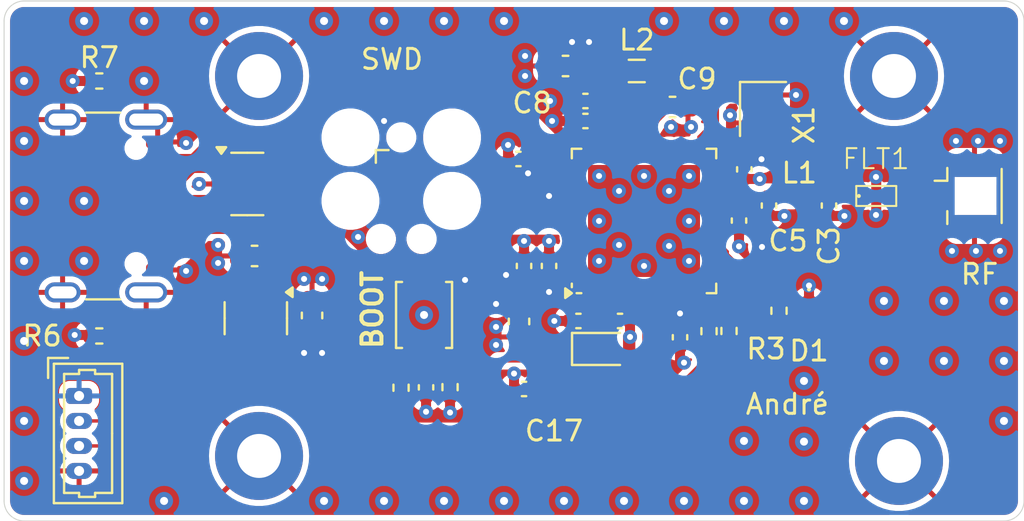
<source format=kicad_pcb>
(kicad_pcb (version 20240108) (generator "pcbnew") (generator_version "8.0")
  (layers (0 "F.Cu" signal) (1 "In1.Cu" signal) (2 "In2.Cu" signal) (31 "B.Cu" signal) (34 "B.Paste" user) (35 "F.Paste" user) (36 "B.SilkS" user "B.Silkscreen") (37 "F.SilkS" user "F.Silkscreen") (38 "B.Mask" user) (39 "F.Mask" user) (44 "Edge.Cuts" user))
  (net 0 "")
  (net 1 "GND")
  (net 2 "+3.3V")
  (net 3 "/BOOT0")
  (net 4 "/RF_MATCH")
  (net 5 "/RF")
  (net 6 "/LSE_IN")
  (net 7 "/SMPS_FB")
  (net 8 "/LSE_OUT")
  (net 9 "+5V")
  (net 10 "Net-(D1-A)")
  (net 11 "/RF_ANT")
  (net 12 "Net-(J2-Pin_2)")
  (net 13 "Net-(J2-Pin_3)")
  (net 14 "/SWO")
  (net 15 "/SWCLK")
  (net 16 "/SWDIO")
  (net 17 "Net-(J4-CC1)")
  (net 18 "/USB_CC2")
  (net 21 "Net-(L2-Pad1)")
  (net 22 "/SMPS_LX")
  (net 23 "Net-(R1-Pad1)")
  (net 24 "Net-(U1-PA7)")
  (net 25 "/UART_TX")
  (net 26 "/UART_RX")
  (net 27 "/USB_D-")
  (net 31 "/HSE_IN")
  (net 36 "/USB_D+")
  (net 41 "/HSE_OUT")
  (footprint "Package_TO_SOT_SMD:SOT-23-5" (layer "F.Cu") (at 60.5875 84.8625 -90)
    (property "Reference" "U3" (hide yes))
    (property "Value" "MIC5365-3.3YD5")
  )
  (footprint "MountingHole:MountingHole_2.2mm_M2_Pad" (layer "F.Cu") (at 60.75 91.75)
    (property "Reference" "H2" (hide yes))
    (property "Value" "MountingHole_Pad")
  )
  (footprint "Capacitor_SMD:C_0402_1005Metric" (layer "F.Cu") (at 84.75 79.98 -90)
    (property "Reference" "C4" (hide yes))
    (property "Value" "100nF")
  )
  (footprint "Button_Switch_SMD:SW_SPST_B3U-1000P" (layer "F.Cu") (at 69 84.7 -90)
    (property "Reference" "SW1" (hide yes))
    (property "Value" "SW_Push")
  )
  (footprint "Capacitor_SMD:C_0402_1005Metric" (layer "F.Cu") (at 78.8 85)
    (property "Reference" "C10" (hide yes))
    (property "Value" "10pF")
  )
  (footprint "Crystal:Crystal_SMD_2016-4Pin_2.0x1.6mm" (layer "F.Cu") (at 85.95 74.4 -90)
    (property "Reference" "X1")
    (property "Value" "32MHz")
  )
  (footprint "Resistor_SMD:R_0402_1005Metric" (layer "F.Cu") (at 67.85 88.34 -90)
    (property "Reference" "R1" (hide yes))
    (property "Value" "100")
  )
  (footprint "BluetoothBoardSTM32-PCBFootprint:DLF162500LT-5028A1" (layer "F.Cu") (at 91.6125 78.75)
    (property "Reference" "FLT1")
    (property "Value" "DLF162500LT-5028A1")
  )
  (footprint "Capacitor_SMD:C_0402_1005Metric" (layer "F.Cu") (at 85.015 77.42 -90)
    (property "Reference" "C16" (hide yes))
    (property "Value" "100nF")
  )
  (footprint "Inductor_SMD:L_0402_1005Metric" (layer "F.Cu") (at 78.75 74.515 -90)
    (property "Reference" "L3" (hide yes))
    (property "Value" "10nH")
  )
  (footprint "Capacitor_SMD:C_0402_1005Metric" (layer "F.Cu") (at 77.07 74 180)
    (property "Reference" "C8")
    (property "Value" "100nF")
  )
  (footprint "Fiducial:Fiducial_1mm_Mask2mm" (layer "F.Cu") (at 49.5 70.5)
    (property "Reference" "FID1" (hide yes))
    (property "Value" "Fiducial")
  )
  (footprint "Connector:Tag-Connect_TC2030-IDC-FP_2x03_P1.27mm_Vertical" (layer "F.Cu") (at 67.86 78.36 -90)
    (property "Reference" "J3" (hide yes))
    (property "Value" "Conn_ARM_SWD_TagConnect_TC2030")
  )
  (footprint "Resistor_SMD:R_0402_1005Metric" (layer "F.Cu") (at 52.76 85.75)
    (property "Reference" "R6")
    (property "Value" "5.1k")
  )
  (footprint "Package_TO_SOT_SMD:SOT-23-6" (layer "F.Cu") (at 60.1625 78.15)
    (property "Reference" "U2" (hide yes))
    (property "Value" "USBLC6-2SC6")
  )
  (footprint "Capacitor_SMD:C_0603_1608Metric" (layer "F.Cu") (at 81.425 74.3)
    (property "Reference" "C9")
    (property "Value" "4.7uF")
  )
  (footprint "Fiducial:Fiducial_1mm_Mask2mm" (layer "F.Cu") (at 96.75 92.5)
    (property "Reference" "FID3" (hide yes))
    (property "Value" "Fiducial")
  )
  (footprint "Capacitor_SMD:C_0603_1608Metric" (layer "F.Cu") (at 73.75 85.025 -90)
    (property "Reference" "C1" (hide yes))
    (property "Value" "4.7uF")
  )
  (footprint "Resistor_SMD:R_0402_1005Metric" (layer "F.Cu") (at 86.75 84.49 -90)
    (property "Reference" "R3")
    (property "Value" "220")
  )
  (footprint "Inductor_SMD:L_0805_2012Metric" (layer "F.Cu") (at 79.6375 72.5)
    (property "Reference" "L2")
    (property "Value" "10uH")
  )
  (footprint "MountingHole:MountingHole_2.2mm_M2_Pad" (layer "F.Cu") (at 92.5 72.75)
    (property "Reference" "H3" (hide yes))
    (property "Value" "MountingHole_Pad")
  )
  (footprint "Capacitor_SMD:C_0402_1005Metric" (layer "F.Cu") (at 89.25 79.23 -90)
    (property "Reference" "C3")
    (property "Value" "0.8pF")
  )
  (footprint "Capacitor_SMD:C_0603_1608Metric" (layer "F.Cu") (at 76.075 72.25 180)
    (property "Reference" "C13" (hide yes))
    (property "Value" "4.7uF")
  )
  (footprint "Resistor_SMD:R_0402_1005Metric" (layer "F.Cu") (at 83.25 85.51 -90)
    (property "Reference" "R4" (hide yes))
    (property "Value" "100")
  )
  (footprint "Capacitor_SMD:C_0402_1005Metric" (layer "F.Cu") (at 73.72 76.9 180)
    (property "Reference" "C14" (hide yes))
    (property "Value" "100nF")
  )
  (footprint "Capacitor_SMD:C_0603_1608Metric" (layer "F.Cu") (at 60.525 81.75 180)
    (property "Reference" "C18" (hide yes))
    (property "Value" "4.7uF")
  )
  (footprint "MountingHole:MountingHole_2.2mm_M2_Pad" (layer "F.Cu") (at 92.75 92)
    (property "Reference" "H4" (hide yes))
    (property "Value" "MountingHole_Pad")
  )
  (footprint "Capacitor_SMD:C_0402_1005Metric" (layer "F.Cu") (at 81.8 85.815 -90)
    (property "Reference" "C12" (hide yes))
    (property "Value" "100nF")
  )
  (footprint "Connector_Molex:Molex_PicoBlade_53047-0410_1x04_P1.25mm_Vertical" (layer "F.Cu") (at 51.75 88.75 -90)
    (property "Reference" "J2" (hide yes))
    (property "Value" "Conn_01x04")
  )
  (footprint "Capacitor_SMD:C_0402_1005Metric" (layer "F.Cu") (at 76.72 85 180)
    (property "Reference" "C7" (hide yes))
    (property "Value" "10pF")
  )
  (footprint "Inductor_SMD:L_0402_1005Metric" (layer "F.Cu") (at 87.765 78.75 180)
    (property "Reference" "L1")
    (property "Value" "2.7nH")
  )
  (footprint "LED_SMD:LED_0402_1005Metric" (layer "F.Cu") (at 88.25 84.515 -90)
    (property "Reference" "D1")
    (property "Value" "LED")
  )
  (footprint "Connector_Coaxial:U.FL_Hirose_U.FL-R-SMT-1_Vertical" (layer "F.Cu") (at 96.05 78.75)
    (property "Reference" "J1" (hide yes))
    (property "Value" "Conn_Coaxial")
  )
  (footprint "Resistor_SMD:R_0402_1005Metric" (layer "F.Cu") (at 52.76 73)
    (property "Reference" "R7")
    (property "Value" "5.1k")
  )
  (footprint "Package_DFN_QFN:QFN-48-1EP_7x7mm_P0.5mm_EP5.6x5.6mm" (layer "F.Cu") (at 80 80 90)
    (property "Reference" "U1" (hide yes))
    (property "Value" "STM32WB55CEU6")
  )
  (footprint "Connector_USB:USB_C_Receptacle_GCT_USB4105-xx-A_16P_TopMnt_Horizontal" (layer "F.Cu") (at 52 79.25 -90)
    (property "Reference" "J4" (hide yes))
    (property "Value" "USB_C_Receptacle_USB2.0_16P")
  )
  (footprint "Capacitor_SMD:C_0402_1005Metric" (layer "F.Cu") (at 75.25 82.25 90)
    (property "Reference" "C11" (hide yes))
    (property "Value" "100nF")
  )
  (footprint "Crystal:Crystal_SMD_2012-2Pin_2.0x1.2mm" (layer "F.Cu") (at 77.6 86.4)
    (property "Reference" "X2" (hide yes))
    (property "Value" "32.768kHz")
  )
  (footprint "MountingHole:MountingHole_2.2mm_M2_Pad" (layer "F.Cu") (at 60.75 72.75)
    (property "Reference" "H1" (hide yes))
    (property "Value" "MountingHole_Pad")
  )
  (footprint "Capacitor_SMD:C_0402_1005Metric" (layer "F.Cu") (at 74 82.25 90)
    (property "Reference" "C6" (hide yes))
    (property "Value" "100nF")
  )
  (footprint "Resistor_SMD:R_0402_1005Metric" (layer "F.Cu") (at 70.3 88.31 -90)
    (property "Reference" "R2" (hide yes))
    (property "Value" "5.1k")
  )
  (footprint "Capacitor_SMD:C_0402_1005Metric" (layer "F.Cu") (at 77.07 75 180)
    (property "Reference" "C15" (hide yes))
    (property "Value" "100nF")
  )
  (footprint "Fiducial:Fiducial_1mm_Mask2mm" (layer "F.Cu") (at 96.75 71.25)
    (property "Reference" "FID2" (hide yes))
    (property "Value" "Fiducial")
  )
  (footprint "Resistor_SMD:R_0402_1005Metric" (layer "F.Cu") (at 84.25 85.5 -90)
    (property "Reference" "R5" (hide yes))
    (property "Value" "100")
  )
  (footprint "Capacitor_SMD:C_0402_1005Metric" (layer "F.Cu") (at 69.1 88.32 -90)
    (property "Reference" "C2" (hide yes))
    (property "Value" "100nF")
  )
  (footprint "Capacitor_SMD:C_0402_1005Metric" (layer "F.Cu") (at 74 88.4)
    (property "Reference" "C17")
    (property "Value" "100nF")
  )
  (footprint "Capacitor_SMD:C_0603_1608Metric" (layer "F.Cu") (at 63.4 84.725 90)
    (property "Reference" "C19" (hide yes))
    (property "Value" "4.7uF")
  )
  (footprint "Capacitor_SMD:C_0402_1005Metric" (layer "F.Cu") (at 86.25 79.23 -90)
    (property "Reference" "C5")
    (property "Value" "0.3pF")
  )
  (gr_arc (start 98 69) (mid 98.707107 69.292893) (end 99 70) (stroke (width 0.05)) (layer "Edge.Cuts"))
  (gr_line (start 99 70) (end 99 94) (stroke (width 0.05)) (layer "Edge.Cuts"))
  (gr_line (start 48 94.000001) (end 48 70) (stroke (width 0.05)) (layer "Edge.Cuts"))
  (gr_line (start 98 95) (end 49 95) (stroke (width 0.05)) (layer "Edge.Cuts"))
  (gr_line (start 49 69) (end 76 69) (stroke (width 0.05)) (layer "Edge.Cuts"))
  (gr_arc (start 48 70) (mid 48.292893 69.292893) (end 49 69) (stroke (width 0.05)) (layer "Edge.Cuts"))
  (gr_arc (start 99 94) (mid 98.707107 94.707107) (end 98 95) (stroke (width 0.05)) (layer "Edge.Cuts"))
  (gr_arc (start 49 94.999999) (mid 48.292895 94.707106) (end 48.000002 94.000001) (stroke (width 0.05)) (layer "Edge.Cuts"))
  (gr_line (start 76 69) (end 98 69) (stroke (width 0.05)) (layer "Edge.Cuts"))
  (gr_text "SWD" (at 65.75 72.5 0) (layer "F.SilkS") (effects (font (size 1 1)) (justify left bottom)))
  (gr_text "André" (at 85 89.75 0) (layer "F.SilkS") (effects (font (size 1 1)) (justify left bottom)))
  (gr_text "BOOT" (at 67 86.5 90) (layer "F.SilkS") (effects (font (size 1 1) (thickness 0.2) (bold yes)) (justify left bottom)))
  (gr_text "RF" (at 95.75 83.25 0) (layer "F.SilkS") (effects (font (size 1 1)) (justify left bottom)))
  (segment (start 79.3 88.4) (end 74.48 88.4) (width 0.17) (layer "F.Cu") (net 0))
  (segment (start 66.5 90.1) (end 66.5 82.9) (width 0.17) (layer "F.Cu") (net 0))
  (segment (start 74.48 89.12) (end 74.1 89.5) (width 0.17) (layer "F.Cu") (net 0))
  (segment (start 74.1 89.5) (end 72 89.5) (width 0.17) (layer "F.Cu") (net 0))
  (segment (start 74.48 88.4) (end 74.48 89.12) (width 0.17) (layer "F.Cu") (net 0))
  (segment (start 64.481735 77.4) (end 66.265 77.4) (width 0.17) (layer "F.Cu") (net 0))
  (segment (start 80.6 84.9) (end 80.6 87.1) (width 0.17) (layer "F.Cu") (net 0))
  (segment (start 70.985 90.515) (end 66.915 90.515) (width 0.17) (layer "F.Cu") (net 0))
  (segment (start 63.7 78.181735) (end 64.481735 77.4) (width 0.17) (layer "F.Cu") (net 0))
  (segment (start 66.915 90.515) (end 66.5 90.1) (width 0.17) (layer "F.Cu") (net 0))
  (segment (start 80.6 87.1) (end 79.3 88.4) (width 0.17) (layer "F.Cu") (net 0))
  (segment (start 72 89.5) (end 70.985 90.515) (width 0.17) (layer "F.Cu") (net 0))
  (segment (start 80.25 84.55) (end 80.6 84.9) (width 0.17) (layer "F.Cu") (net 0))
  (segment (start 66.265 77.4) (end 67.225 78.36) (width 0.17) (layer "F.Cu") (net 0))
  (segment (start 80.25 83.4375) (end 80.25 84.55) (width 0.17) (layer "F.Cu") (net 0))
  (segment (start 63.7 80.1) (end 63.7 78.181735) (width 0.17) (layer "F.Cu") (net 0))
  (segment (start 66.5 82.9) (end 63.7 80.1) (width 0.17) (layer "F.Cu") (net 0))
  (segment (start 76.285 85) (end 75.515 85) (width 0.5) (layer "F.Cu") (net 1))
  (segment (start 52.2 73) (end 51.43 73) (width 0.5) (layer "F.Cu") (net 1))
  (segment (start 89.25 79.75) (end 90.02 79.75) (width 0.5) (layer "F.Cu") (net 1))
  (segment (start 91.6125 78.5225) (end 91.6125 77.8125) (width 0.5) (layer "F.Cu") (net 1))
  (segment (start 83.4375 78.25) (end 84.35 78.25) (width 0.25) (layer "F.Cu") (net 1))
  (segment (start 91.6125 77.8125) (end 91.6 77.8) (width 0.5) (layer "F.Cu") (net 1))
  (segment (start 73.5 88.4) (end 73.5 87.63) (width 0.5) (layer "F.Cu") (net 1))
  (segment (start 74 81.77) (end 74 81) (width 0.5) (layer "F.Cu") (net 1))
  (segment (start 86.25 79.75) (end 87.02 79.75) (width 0.5) (layer "F.Cu") (net 1))
  (segment (start 81.8 86.315) (end 81.8 87.085) (width 0.5) (layer "F.Cu") (net 1))
  (segment (start 79.25 79.25) (end 80 80) (width 0.2) (layer "F.Cu") (net 1))
  (segment (start 70.3 88.81) (end 70.3 89.58) (width 0.5) (layer "F.Cu") (net 1))
  (segment (start 84.35 78.25) (end 84.7 77.9) (width 0.25) (layer "F.Cu") (net 1))
  (segment (start 79.25 76.5625) (end 79.25 79.25) (width 0.2) (layer "F.Cu") (net 1))
  (segment (start 84.7 77.9) (end 85.015 77.9) (width 0.25) (layer "F.Cu") (net 1))
  (segment (start 75.25 81.885) (end 75.25 81.115) (width 0.5) (layer "F.Cu") (net 1))
  (segment (start 91.6125 79.6875) (end 91.6 79.7) (width 0.5) (layer "F.Cu") (net 1))
  (segment (start 73.2 76.97) (end 73.2 76.2) (width 0.5) (layer "F.Cu") (net 1))
  (segment (start 76.55 75) (end 75.4 75) (width 0.5) (layer "F.Cu") (net 1))
  (segment (start 84.75 80.5) (end 84.75 81.27) (width 0.5) (layer "F.Cu") (net 1))
  (segment (start 85.015 77.9) (end 85.785 77.9) (width 0.5) (layer "F.Cu") (net 1))
  (segment (start 79.3 85.02) (end 79.3 85.5) (width 0.5) (layer "F.Cu") (net 1))
  (segment (start 88.25 84) (end 88.25 83.23) (width 0.5) (layer "F.Cu") (net 1))
  (segment (start 76.55 74) (end 75.3 74) (width 0.5) (layer "F.Cu") (net 1))
  (segment (start 69.1 88.8) (end 69.1 89.54) (width 0.5) (layer "F.Cu") (net 1))
  (segment (start 79.28 85) (end 79.3 85.02) (width 0.5) (layer "F.Cu") (net 1))
  (segment (start 91.6125 78.9775) (end 91.6125 79.6875) (width 0.5) (layer "F.Cu") (net 1))
  (segment (start 52.3 85.7) (end 51.53 85.7) (width 0.5) (layer "F.Cu") (net 1))
  (via (at 90 70) (size 0.9) (drill 0.4) (layers "F.Cu" "B.Cu") (net 1))
  (via (at 95.6 76) (size 0.7) (drill 0.3) (layers "F.Cu" "B.Cu") (net 1))
  (via (at 57.1 82.5) (size 0.7) (drill 0.3) (layers "F.Cu" "B.Cu") (net 1))
  (via (at 73.5 87.63) (size 0.7) (drill 0.3) (layers "F.Cu" "B.Cu") (net 1))
  (via (at 70.3 89.58) (size 0.7) (drill 0.3) (layers "F.Cu" "B.Cu") (net 1))
  (via (at 92 84) (size 0.9) (drill 0.4) (layers "F.Cu" "B.Cu") (net 1))
  (via (at 78.75 81.2) (size 0.7) (drill 0.3) (layers "F.Cu" "B.Cu") (net 1))
  (via (at 49 76) (size 0.9) (drill 0.4) (layers "F.Cu" "B.Cu") (net 1))
  (via (at 98 87) (size 0.9) (drill 0.4) (layers "F.Cu" "B.Cu") (net 1))
  (via (at 95.4 81.5) (size 0.7) (drill 0.3) (layers "F.Cu" "B.Cu") (net 1))
  (via (at 57.75 78.15) (size 0.7) (drill 0.3) (layers "F.Cu" "B.Cu") (net 1))
  (via (at 82.25 80) (size 0.7) (drill 0.3) (layers "F.Cu" "B.Cu") (net 1))
  (via (at 88.25 83.23) (size 0.7) (drill 0.3) (layers "F.Cu" "B.Cu") (net 1))
  (via (at 64 94) (size 0.9) (drill 0.4) (layers "F.Cu" "B.Cu") (net 1))
  (via (at 51.43 73) (size 0.7) (drill 0.3) (layers "F.Cu" "B.Cu") (net 1))
  (via (at 49 73) (size 0.9) (drill 0.4) (layers "F.Cu" "B.Cu") (net 1))
  (via (at 96.7 76) (size 0.7) (drill 0.3) (layers "F.Cu" "B.Cu") (net 1))
  (via (at 55 73) (size 0.9) (drill 0.4) (layers "F.Cu" "B.Cu") (net 1))
  (via (at 96.6 81.5) (size 0.7) (drill 0.3) (layers "F.Cu" "B.Cu") (net 1))
  (via (at 98 90) (size 0.9) (drill 0.4) (layers "F.Cu" "B.Cu") (net 1))
  (via (at 87 70) (size 0.9) (drill 0.4) (layers "F.Cu" "B.Cu") (net 1))
  (via (at 49 79) (size 0.9) (drill 0.4) (layers "F.Cu" "B.Cu") (net 1))
  (via (at 85.785 77.9) (size 0.7) (drill 0.3) (layers "F.Cu" "B.Cu") (net 1))
  (via (at 67 94) (size 0.9) (drill 0.4) (layers "F.Cu" "B.Cu") (net 1))
  (via (at 92 87) (size 0.9) (drill 0.4) (layers "F.Cu" "B.Cu") (net 1))
  (via (at 49 93) (size 0.9) (drill 0.4) (layers "F.Cu" "B.Cu") (net 1))
  (via (at 72.6 85.3) (size 0.7) (drill 0.3) (layers "F.Cu" "B.Cu") (net 1))
  (via (at 81.25 78.5) (size 0.7) (drill 0.3) (layers "F.Cu" "B.Cu") (net 1))
  (via (at 52 79) (size 0.9) (drill 0.4) (layers "F.Cu" "B.Cu") (net 1))
  (via (at 88 94) (size 0.9) (drill 0.4) (layers "F.Cu" "B.Cu") (net 1))
  (via (at 84 70) (size 0.9) (drill 0.4) (layers "F.Cu" "B.Cu") (net 1))
  (via (at 58.7 81.2) (size 0.7) (drill 0.3) (layers "F.Cu" "B.Cu") (net 1))
  (via (at 58 70) (size 0.9) (drill 0.4) (layers "F.Cu" "B.Cu") (net 1))
  (via (at 82.25 82) (size 0.7) (drill 0.3) (layers "F.Cu" "B.Cu") (net 1))
  (via (at 87.999765 91.034404) (size 0.9) (drill 0.4) (layers "F.Cu" "B.Cu") (net 1))
  (via (at 79.3 85.8) (size 0.7) (drill 0.3) (layers "F.Cu" "B.Cu") (net 1))
  (via (at 82.35 75.3) (size 0.7) (drill 0.3) (layers "F.Cu" "B.Cu") (net 1))
  (via (at 95 87) (size 0.9) (drill 0.4) (layers "F.Cu" "B.Cu") (net 1))
  (via (at 75.25 81) (size 0.7) (drill 0.3) (layers "F.Cu" "B.Cu") (net 1))
  (via (at 79 94) (size 0.9) (drill 0.4) (layers "F.Cu" "B.Cu") (net 1))
  (via (at 75.3 74) (size 0.7) (drill 0.3) (layers "F.Cu" "B.Cu") (net 1))
  (via (at 49 86) (size 0.9) (drill 0.4) (layers "F.Cu" "B.Cu") (net 1))
  (via (at 55 70) (size 0.9) (drill 0.4) (layers "F.Cu" "B.Cu") (net 1))
  (via (at 77.75 80) (size 0.7) (drill 0.3) (layers "F.Cu" "B.Cu") (net 1))
  (via (at 57.1 76.1) (size 0.7) (drill 0.3) (layers "F.Cu" "B.Cu") (net 1))
  (via (at 69 84.7) (size 0.9) (drill 0.4) (layers "F.Cu" "B.Cu") (net 1))
  (via (at 49 90) (size 0.9) (drill 0.4) (layers "F.Cu" "B.Cu") (net 1))
  (via (at 74.05 71.75) (size 0.7) (drill 0.3) (layers "F.Cu" "B.Cu") (net 1))
  (via (at 84.3 74.715) (size 0.7) (drill 0.3) (layers "F.Cu" "B.Cu") (net 1))
  (via (at 52 70) (size 0.9) (drill 0.4) (layers "F.Cu" "B.Cu") (net 1))
  (via (at 81 70) (size 0.9) (drill 0.4) (layers "F.Cu" "B.Cu") (net 1))
  (via (at 73 94) (size 0.9) (drill 0.4) (layers "F.Cu" "B.Cu") (net 1))
  (via (at 64 70) (size 0.9) (drill 0.4) (layers "F.Cu" "B.Cu") (net 1))
  (via (at 65.7 80.8) (size 0.7) (drill 0.3) (layers "F.Cu" "B.Cu") (net 1))
  (via (at 82 94) (size 0.9) (drill 0.4) (layers "F.Cu" "B.Cu") (net 1))
  (via (at 74.05 72.75) (size 0.7) (drill 0.3) (layers "F.Cu" "B.Cu") (net 1))
  (via (at 90.02 79.75) (size 0.7) (drill 0.3) (layers "F.Cu" "B.Cu") (net 1))
  (via (at 63 82.9) (size 0.7) (drill 0.3) (layers "F.Cu" "B.Cu") (net 1))
  (via (at 73.2 76.2) (size 0.7) (drill 0.3) (layers "F.Cu" "B.Cu") (net 1))
  (via (at 82.25 77.75) (size 0.7) (drill 0.3) (layers "F.Cu" "B.Cu") (net 1))
  (via (at 75.515 85) (size 0.7) (drill 0.3) (layers "F.Cu" "B.Cu") (net 1))
  (via (at 87.02 79.75) (size 0.7) (drill 0.3) (layers "F.Cu" "B.Cu") (net 1))
  (via (at 49 82) (size 0.9) (drill 0.4) (layers "F.Cu" "B.Cu") (net 1))
  (via (at 81.25 81.25) (size 0.7) (drill 0.3) (layers "F.Cu" "B.Cu") (net 1))
  (via (at 51.53 85.7) (size 0.7) (drill 0.3) (layers "F.Cu" "B.Cu") (net 1))
  (via (at 69.1 89.54) (size 0.7) (drill 0.3) (layers "F.Cu" "B.Cu") (net 1))
  (via (at 56 94) (size 0.9) (drill 0.4) (layers "F.Cu" "B.Cu") (net 1))
  (via (at 82 87.085) (size 0.7) (drill 0.3) (layers "F.Cu" "B.Cu") (net 1))
  (via (at 73 70) (size 0.9) (drill 0.4) (layers "F.Cu" "B.Cu") (net 1))
  (via (at 74 81) (size 0.7) (drill 0.3) (layers "F.Cu" "B.Cu") (net 1))
  (via (at 77.75 77.75) (size 0.7) (drill 0.3) (layers "F.Cu" "B.Cu") (net 1))
  (via (at 80 77.75) (size 0.7) (drill 0.3) (layers "F.Cu" "B.Cu") (net 1))
  (via (at 97.8 76) (size 0.7) (drill 0.3) (layers "F.Cu" "B.Cu") (net 1))
  (via (at 58.7 82.1) (size 0.7) (drill 0.3) (layers "F.Cu" "B.Cu") (net 1))
  (via (at 87.6 73.7) (size 0.7) (drill 0.3) (layers "F.Cu" "B.Cu") (net 1))
  (via (at 52 82) (size 0.9) (drill 0.4) (layers "F.Cu" "B.Cu") (net 1))
  (via (at 95 84) (size 0.9) (drill 0.4) (layers "F.Cu" "B.Cu") (net 1))
  (via (at 97.8 81.5) (size 0.7) (drill 0.3) (layers "F.Cu" "B.Cu") (net 1))
  (via (at 63.9 82.9) (size 0.7) (drill 0.3) (layers "F.Cu" "B.Cu") (net 1))
  (via (at 67 70) (size 0.9) (drill 0.4) (layers "F.Cu" "B.Cu") (net 1))
  (via (at 98 84) (size 0.9) (drill 0.4) (layers "F.Cu" "B.Cu") (net 1))
  (via (at 85 94) (size 0.9) (drill 0.4) (layers "F.Cu" "B.Cu") (net 1))
  (via (at 75.4 75) (size 0.7) (drill 0.3) (layers "F.Cu" "B.Cu") (net 1))
  (via (at 78.75 78.5) (size 0.7) (drill 0.3) (layers "F.Cu" "B.Cu") (net 1))
  (via (at 85 91) (size 0.9) (drill 0.4) (layers "F.Cu" "B.Cu") (net 1))
  (via (at 76 94) (size 0.9) (drill 0.4) (layers "F.Cu" "B.Cu") (net 1))
  (via (at 88 88) (size 0.9) (drill 0.4) (layers "F.Cu" "B.Cu") (net 1))
  (via (at 77.75 82) (size 0.7) (drill 0.3) (layers "F.Cu" "B.Cu") (net 1))
  (via (at 70 70) (size 0.9) (drill 0.4) (layers "F.Cu" "B.Cu") (net 1))
  (via (at 84.75 81.27) (size 0.7) (drill 0.3) (layers "F.Cu" "B.Cu") (net 1))
  (via (at 91.6 77.8) (size 0.7) (drill 0.3) (layers "F.Cu" "B.Cu") (net 1))
  (via (at 81.35 75.3) (size 0.7) (drill 0.3) (layers "F.Cu" "B.Cu") (net 1))
  (via (at 72.6 86.2) (size 0.7) (drill 0.3) (layers "F.Cu" "B.Cu") (net 1))
  (via (at 80 82.25) (size 0.7) (drill 0.3) (layers "F.Cu" "B.Cu") (net 1))
  (via (at 70 94) (size 0.9) (drill 0.4) (layers "F.Cu" "B.Cu") (net 1))
  (via (at 91.6 79.7) (size 0.7) (drill 0.3) (layers "F.Cu" "B.Cu") (net 1))
  (segment (start 85.015 76.94) (end 85.846232 76.94) (width 0.5) (layer "F.Cu") (net 2))
  (segment (start 83.4375 77.75) (end 84.05 77.75) (width 0.25) (layer "F.Cu") (net 2))
  (segment (start 85.4 79.5) (end 85.5 79.6) (width 0.25) (layer "F.Cu") (net 2))
  (segment (start 75.9 83.3) (end 75.9 82.8) (width 0.25) (layer "F.Cu") (net 2))
  (segment (start 77.75 75.85) (end 77.55 75.65) (width 0.25) (layer "F.Cu") (net 2))
  (segment (start 80.75 84.2) (end 81.1 84.55) (width 0.25) (layer "F.Cu") (net 2))
  (segment (start 84.05 77.75) (end 84.86 76.94) (width 0.25) (layer "F.Cu") (net 2))
  (segment (start 80.75 83.4375) (end 80.75 84.2) (width 0.25) (layer "F.Cu") (net 2))
  (segment (start 81.1 84.55) (end 81.1 85.25) (width 0.25) (layer "F.Cu") (net 2))
  (segment (start 76.5625 78.75) (end 75.25 78.75) (width 0.25) (layer "F.Cu") (net 2))
  (segment (start 71 83) (end 71.05 82.95) (width 0.5) (layer "F.Cu") (net 2))
  (segment (start 81.2 85.35) (end 81.4 85.35) (width 0.25) (layer "F.Cu") (net 2))
  (segment (start 75.85 82.75) (end 75.27 82.75) (width 0.25) (layer "F.Cu") (net 2))
  (segment (start 84.75 79.5) (end 85.4 79.5) (width 0.25) (layer "F.Cu") (net 2))
  (segment (start 85.9 81.05) (end 85.9 81.3) (width 0.25) (layer "F.Cu") (net 2))
  (segment (start 76.5625 82.75) (end 75.85 82.75) (width 0.25) (layer "F.Cu") (net 2))
  (segment (start 75.9 82.8) (end 75.85 82.75) (width 0.25) (layer "F.Cu") (net 2))
  (segment (start 77.25 83.4375) (end 77.1125 83.3) (width 0.25) (layer "F.Cu") (net 2))
  (segment (start 73.13 82.73) (end 73.1 82.7) (width 0.5) (layer "F.Cu") (net 2))
  (segment (start 78.1 75.55) (end 77.55 75.55) (width 0.25) (layer "F.Cu") (net 2))
  (segment (start 84.86 76.94) (end 85.015 76.94) (width 0.25) (layer "F.Cu") (net 2))
  (segment (start 77.55 75.65) (end 77.55 75.55) (width 0.25) (layer "F.Cu") (net 2))
  (segment (start 78.1 76.4125) (end 78.1 75.55) (width 0.25) (layer "F.Cu") (net 2))
  (segment (start 77.1125 83.3) (end 75.9 83.3) (width 0.25) (layer "F.Cu") (net 2))
  (segment (start 81.4 85.35) (end 81.415 85.335) (width 0.25) (layer "F.Cu") (net 2))
  (segment (start 73.65 84.15) (end 73.75 84.25) (width 0.5) (layer "F.Cu") (net 2))
  (segment (start 84 79.25) (end 84.25 79.5) (width 0.25) (layer "F.Cu") (net 2))
  (segment (start 78.25 76.5625) (end 78.1 76.4125) (width 0.25) (layer "F.Cu") (net 2))
  (segment (start 81.8 84.625) (end 81.8 85.335) (width 0.5) (layer "F.Cu") (net 2))
  (segment (start 85.5 80.65) (end 85.9 81.05) (width 0.25) (layer "F.Cu") (net 2))
  (segment (start 85.5 79.6) (end 85.5 80.65) (width 0.25) (layer "F.Cu") (net 2))
  (segment (start 72.6 84.15) (end 73.65 84.15) (width 0.5) (layer "F.Cu") (net 2))
  (segment (start 81.1 85.25) (end 81.2 85.35) (width 0.25) (layer "F.Cu") (net 2))
  (segment (start 69 83) (end 71 83) (width 0.5) (layer "F.Cu") (net 2))
  (segment (start 74.2 76.9) (end 74.2 77.415) (width 0.5) (layer "F.Cu") (net 2))
  (segment (start 74 82.73) (end 73.13 82.73) (width 0.5) (layer "F.Cu") (net 2))
  (segment (start 66.9797 76.8447) (end 66.9797 75.0203) (width 0.25) (layer "F.Cu") (net 2))
  (segment (start 67.225 77.09) (end 66.9797 76.8447) (width 0.25) (layer "F.Cu") (net 2))
  (segment (start 77.75 76.5625) (end 77.75 75.85) (width 0.25) (layer "F.Cu") (net 2))
  (segment (start 75.25 82.73) (end 75.25 83.55) (width 0.5) (layer "F.Cu") (net 2))
  (segment (start 84.25 79.5) (end 84.75 79.5) (width 0.25) (layer "F.Cu") (net 2))
  (segment (start 77.55 75.55) (end 77.55 75) (width 0.25) (layer "F.Cu") (net 2))
  (segment (start 85.846232 76.94) (end 85.874999 76.911233) (width 0.5) (layer "F.Cu") (net 2))
  (segment (start 83.4375 79.25) (end 84 79.25) (width 0.25) (layer "F.Cu") (net 2))
  (segment (start 81.415 85.335) (end 81.8 85.335) (width 0.25) (layer "F.Cu") (net 2))
  (segment (start 75.27 82.75) (end 75.25 82.73) (width 0.25) (layer "F.Cu") (net 2))
  (segment (start 66.9797 75.0203) (end 67 75) (width 0.25) (layer "F.Cu") (net 2))
  (via (at 63.9 86.6) (size 0.7) (drill 0.3) (layers "F.Cu" "B.Cu") (net 2))
  (via (at 75.25 83.55) (size 0.7) (drill 0.3) (layers "F.Cu" "B.Cu") (net 2))
  (via (at 85.9 81.3) (size 0.7) (drill 0.3) (layers "F.Cu" "B.Cu") (net 2))
  (via (at 71.05 82.95) (size 0.7) (drill 0.3) (layers "F.Cu" "B.Cu") (net 2))
  (via (at 74.2 77.615) (size 0.7) (drill 0.3) (layers "F.Cu" "B.Cu") (net 2))
  (via (at 75.25 78.75) (size 0.7) (drill 0.3) (layers "F.Cu" "B.Cu") (net 2))
  (via (at 72.6 84.15) (size 0.7) (drill 0.3) (layers "F.Cu" "B.Cu") (net 2))
  (via (at 67 75) (size 0.7) (drill 0.3) (layers "F.Cu" "B.Cu") (net 2))
  (via (at 76.4 71.05) (size 0.7) (drill 0.3) (layers "F.Cu" "B.Cu") (net 2))
  (via (at 77.25 71.05) (size 0.7) (drill 0.3) (layers "F.Cu" "B.Cu") (net 2))
  (via (at 63 86.6) (size 0.7) (drill 0.3) (layers "F.Cu" "B.Cu") (net 2))
  (via (at 85.874999 76.911233) (size 0.7) (drill 0.3) (layers "F.Cu" "B.Cu") (net 2))
  (via (at 81.8 84.625) (size 0.7) (drill 0.3) (layers "F.Cu" "B.Cu") (net 2))
  (via (at 73.1 82.7) (size 0.7) (drill 0.3) (layers "F.Cu" "B.Cu") (net 2))
  (segment (start 78.75 84.25) (end 78.8 84.3) (width 0.17) (layer "F.Cu") (net 3))
  (segment (start 79.88 85.08) (end 80 85.2) (width 0.17) (layer "F.Cu") (net 3))
  (segment (start 75.095 86.995) (end 72.705 86.995) (width 0.17) (layer "F.Cu") (net 3))
  (segment (start 78.75 83.4375) (end 78.75 84.25) (width 0.17) (layer "F.Cu") (net 3))
  (segment (start 69.1 87.84) (end 68.86 87.84) (width 0.17) (layer "F.Cu") (net 3))
  (segment (start 71.9 87.8) (end 70.3 87.8) (width 0.17) (layer "F.Cu") (net 3))
  (segment (start 79.8 84.3) (end 79.88 84.38) (width 0.17) (layer "F.Cu") (net 3))
  (segment (start 68.86 87.84) (end 67.85 88.85) (width 0.17) (layer "F.Cu") (net 3))
  (segment (start 72.705 86.995) (end 71.9 87.8) (width 0.17) (layer "F.Cu") (net 3))
  (segment (start 75.9 87.8) (end 75.095 86.995) (width 0.17) (layer "F.Cu") (net 3))
  (segment (start 70.3 87.8) (end 69.14 87.8) (width 0.17) (layer "F.Cu") (net 3))
  (segment (start 79 87.8) (end 75.9 87.8) (width 0.17) (layer "F.Cu") (net 3))
  (segment (start 80 85.2) (end 80 86.8) (width 0.17) (layer "F.Cu") (net 3))
  (segment (start 80 86.8) (end 79 87.8) (width 0.17) (layer "F.Cu") (net 3))
  (segment (start 78.8 84.3) (end 79.8 84.3) (width 0.17) (layer "F.Cu") (net 3))
  (segment (start 69.14 87.8) (end 69.1 87.84) (width 0.17) (layer "F.Cu") (net 3))
  (segment (start 79.88 84.38) (end 79.88 85.08) (width 0.17) (layer "F.Cu") (net 3))
  (segment (start 89.25 78.75) (end 91 78.75) (width 0.17) (layer "F.Cu") (net 4))
  (segment (start 88.25 78.75) (end 89.25 78.75) (width 0.17) (layer "F.Cu") (net 4))
  (segment (start 86.25 78.75) (end 87.28 78.75) (width 0.17) (layer "F.Cu") (net 5))
  (segment (start 83.4375 78.75) (end 86.25 78.75) (width 0.17) (layer "F.Cu") (net 5))
  (segment (start 77.7 84.4) (end 77.2 84.4) (width 0.17) (layer "F.Cu") (net 6))
  (segment (start 77.2 84.4) (end 77.2 85) (width 0.17) (layer "F.Cu") (net 6))
  (segment (start 76.9 85.3) (end 76.9 86.4) (width 0.17) (layer "F.Cu") (net 6))
  (segment (start 77.75 83.4375) (end 77.75 84.35) (width 0.17) (layer "F.Cu") (net 6))
  (segment (start 77.75 84.35) (end 77.7 84.4) (width 0.17) (layer "F.Cu") (net 6))
  (segment (start 77.2 85) (end 76.9 85.3) (width 0.17) (layer "F.Cu") (net 6))
  (segment (start 78.25 83.4375) (end 78.25 84.93) (width 0.17) (layer "F.Cu") (net 8))
  (segment (start 78.25 84.93) (end 78.32 85) (width 0.17) (layer "F.Cu") (net 8))
  (segment (start 78.32 86.22) (end 78.5 86.4) (width 0.17) (layer "F.Cu") (net 8))
  (segment (start 78.32 85) (end 78.32 86.22) (width 0.17) (layer "F.Cu") (net 8))
  (segment (start 60.1375 78.552684) (end 60.15 78.565184) (width 0.5) (layer "F.Cu") (net 9))
  (segment (start 60.1375 78.1) (end 60.1375 78.552684) (width 0.5) (layer "F.Cu") (net 9))
  (segment (start 56.7 81.65) (end 57.95 80.4) (width 0.5) (layer "F.Cu") (net 9))
  (segment (start 61.3 82.922316) (end 61.3 82.6) (width 0.5) (layer "F.Cu") (net 9))
  (segment (start 55.68 81.65) (end 56.7 81.65) (width 0.5) (layer "F.Cu") (net 9))
  (segment (start 60.100001 82.6) (end 61.3 82.6) (width 0.17) (layer "F.Cu") (net 9))
  (segment (start 61.3 80.4) (end 61.3 81.75) (width 0.5) (layer "F.Cu") (net 9))
  (segment (start 61.3 78.15) (end 60.1875 78.15) (width 0.5) (layer "F.Cu") (net 9))
  (segment (start 55.68 76.85) (end 55.73 76.9) (width 0.5) (layer "F.Cu") (net 9))
  (segment (start 60.1 75.95) (end 60.1375 75.9875) (width 0.5) (layer "F.Cu") (net 9))
  (segment (start 61.3 82.6) (end 61.3 81.75) (width 0.5) (layer "F.Cu") (net 9))
  (segment (start 59.6375 83.062501) (end 60.100001 82.6) (width 0.17) (layer "F.Cu") (net 9))
  (segment (start 60.1375 75.9875) (end 60.1375 78.1) (width 0.5) (layer "F.Cu") (net 9))
  (segment (start 55.73 76.9) (end 57.45 76.9) (width 0.5) (layer "F.Cu") (net 9))
  (segment (start 60.15 78.565184) (end 60.15 80.4) (width 0.5) (layer "F.Cu") (net 9))
  (segment (start 58.4 75.95) (end 60.1 75.95) (width 0.5) (layer "F.Cu") (net 9))
  (segment (start 57.95 80.4) (end 60.15 80.4) (width 0.5) (layer "F.Cu") (net 9))
  (segment (start 60.1875 78.15) (end 60.1375 78.1) (width 0.5) (layer "F.Cu") (net 9))
  (segment (start 61.5375 83.725) (end 61.5375 83.159816) (width 0.5) (layer "F.Cu") (net 9))
  (segment (start 59.6375 83.725) (end 59.6375 83.062501) (width 0.17) (layer "F.Cu") (net 9))
  (segment (start 60.15 80.4) (end 61.3 80.4) (width 0.5) (layer "F.Cu") (net 9))
  (segment (start 57.45 76.9) (end 58.4 75.95) (width 0.5) (layer "F.Cu") (net 9))
  (segment (start 61.5375 83.159816) (end 61.3 82.922316) (width 0.5) (layer "F.Cu") (net 9))
  (segment (start 86.75 85) (end 88.25 85) (width 0.17) (layer "F.Cu") (net 10))
  (segment (start 92.225 78.75) (end 95 78.75) (width 0.17) (layer "F.Cu") (net 11))
  (segment (start 63 87.7) (end 56.9 87.7) (width 0.17) (layer "F.Cu") (net 12))
  (segment (start 54.6 90) (end 51.75 90) (width 0.17) (layer "F.Cu") (net 12))
  (segment (start 83.25 86.733026) (end 78.183026 91.8) (width 0.17) (layer "F.Cu") (net 12))
  (segment (start 56.9 87.7) (end 54.6 90) (width 0.17) (layer "F.Cu") (net 12))
  (segment (start 78.183026 91.8) (end 67.1 91.8) (width 0.17) (layer "F.Cu") (net 12))
  (segment (start 67.1 91.8) (end 63 87.7) (width 0.17) (layer "F.Cu") (net 12))
  (segment (start 83.25 86.02) (end 83.25 86.733026) (width 0.17) (layer "F.Cu") (net 12))
  (segment (start 84.25 87.45) (end 78.9 92.8) (width 0.17) (layer "F.Cu") (net 13))
  (segment (start 62 88.7) (end 58.5 88.7) (width 0.17) (layer "F.Cu") (net 13))
  (segment (start 78.9 92.8) (end 66.1 92.8) (width 0.17) (layer "F.Cu") (net 13))
  (segment (start 58.5 88.7) (end 55.95 91.25) (width 0.17) (layer "F.Cu") (net 13))
  (segment (start 55.95 91.25) (end 51.75 91.25) (width 0.17) (layer "F.Cu") (net 13))
  (segment (start 84.25 86.01) (end 84.25 87.45) (width 0.17) (layer "F.Cu") (net 13))
  (segment (start 66.1 92.8) (end 62 88.7) (width 0.17) (layer "F.Cu") (net 13))
  (segment (start 68.794364 79.63) (end 68.495 79.63) (width 0.17) (layer "F.Cu") (net 14))
  (segment (start 69.964364 80.8) (end 69.564364 80.4) (width 0.17) (layer "F.Cu") (net 14))
  (segment (start 76.5625 80.25) (end 72.35 80.25) (width 0.17) (layer "F.Cu") (net 14))
  (segment (start 69.564364 80.4) (end 68.794364 79.63) (width 0.17) (layer "F.Cu") (net 14))
  (segment (start 71.8 80.8) (end 69.964364 80.8) (width 0.17) (layer "F.Cu") (net 14))
  (segment (start 72.35 80.25) (end 71.8 80.8) (width 0.17) (layer "F.Cu") (net 14))
  (segment (start 76.5625 79.25) (end 72.822212 79.25) (width 0.17) (layer "F.Cu") (net 15))
  (segment (start 70.972212 77.4) (end 69.455 77.4) (width 0.17) (layer "F.Cu") (net 15))
  (segment (start 69.455 77.4) (end 68.495 78.36) (width 0.17) (layer "F.Cu") (net 15))
  (segment (start 72.822212 79.25) (end 70.972212 77.4) (width 0.17) (layer "F.Cu") (net 15))
  (segment (start 71.93245 77.13245) (end 71.93245 76.4) (width 0.17) (layer "F.Cu") (net 16))
  (segment (start 71.7649 74.3) (end 71.047212 74.3) (width 0.17) (layer "F.Cu") (net 16))
  (segment (start 69.51245 74.28755) (end 68.86755 74.93245) (width 0.17) (layer "F.Cu") (net 16))
  (segment (start 68.86755 74.93245) (end 68.86755 76.71745) (width 0.17) (layer "F.Cu") (net 16))
  (segment (start 76.5625 78.25) (end 73.05 78.25) (width 0.17) (layer "F.Cu") (net 16))
  (segment (start 71.93245 74.46755) (end 71.7649 74.3) (width 0.17) (layer "F.Cu") (net 16))
  (segment (start 71.93245 76.454762) (end 71.93245 74.46755) (width 0.17) (layer "F.Cu") (net 16))
  (segment (start 71.034762 74.28755) (end 69.51245 74.28755) (width 0.17) (layer "F.Cu") (net 16))
  (segment (start 71.047212 74.3) (end 71.034762 74.28755) (width 0.17) (layer "F.Cu") (net 16))
  (segment (start 73.05 78.25) (end 71.93245 77.13245) (width 0.17) (layer "F.Cu") (net 16))
  (segment (start 68.86755 76.71745) (end 68.495 77.09) (width 0.17) (layer "F.Cu") (net 16))
  (segment (start 53.27 76.176196) (end 53.27 73) (width 0.17) (layer "F.Cu") (net 17))
  (segment (start 55.68 78) (end 55.093804 78) (width 0.17) (layer "F.Cu") (net 17))
  (segment (start 55.093804 78) (end 53.27 76.176196) (width 0.17) (layer "F.Cu") (net 17))
  (segment (start 53.27 82.527477) (end 53.27 85.75) (width 0.17) (layer "F.Cu") (net 18))
  (segment (start 55.68 81) (end 54.797477 81) (width 0.17) (layer "F.Cu") (net 18))
  (segment (start 54.797477 81) (end 53.27 82.527477) (width 0.17) (layer "F.Cu") (net 18))
  (segment (start 78.75 72.675) (end 78.575 72.5) (width 0.5) (layer "F.Cu") (net 21))
  (segment (start 78.75 74.03) (end 78.75 72.675) (width 0.5) (layer "F.Cu") (net 21))
  (segment (start 78.75 76.5625) (end 78.75 75.75) (width 0.25) (layer "F.Cu") (net 22))
  (segment (start 78.75 75.05) (end 78.7 75) (width 0.5) (layer "F.Cu") (net 22))
  (segment (start 78.75 75.75) (end 78.75 75.05) (width 0.5) (layer "F.Cu") (net 22))
  (segment (start 68.875 87.275) (end 69 87.15) (width 0.17) (layer "F.Cu") (net 23))
  (segment (start 68.405 87.275) (end 68.875 87.275) (width 0.17) (layer "F.Cu") (net 23))
  (segment (start 69 87.15) (end 69 86.4) (width 0.17) (layer "F.Cu") (net 23))
  (segment (start 67.85 87.83) (end 68.405 87.275) (width 0.17) (layer "F.Cu") (net 23))
  (segment (start 86 83.5) (end 86 83.9) (width 0.17) (layer "F.Cu") (net 24))
  (segment (start 86.08 83.98) (end 86.75 83.98) (width 0.17) (layer "F.Cu") (net 24))
  (segment (start 84.16 81.66) (end 86 83.5) (width 0.17) (layer "F.Cu") (net 24))
  (segment (start 86 83.9) (end 86.08 83.98) (width 0.17) (layer "F.Cu") (net 24))
  (segment (start 83.874999 81.25) (end 84.16 81.535001) (width 0.17) (layer "F.Cu") (net 24))
  (segment (start 84.16 81.535001) (end 84.16 81.66) (width 0.17) (layer "F.Cu") (net 24))
  (segment (start 83.4375 81.25) (end 83.874999 81.25) (width 0.17) (layer "F.Cu") (net 24))
  (segment (start 82.25 83.4375) (end 82.25 84.176974) (width 0.17) (layer "F.Cu") (net 25))
  (segment (start 82.25 84.176974) (end 82.54018 84.467154) (width 0.17) (layer "F.Cu") (net 25))
  (segment (start 82.54018 84.467154) (end 83.25 84.467154) (width 0.17) (layer "F.Cu") (net 25))
  (segment (start 83.25 84.467154) (end 83.25 85) (width 0.17) (layer "F.Cu") (net 25))
  (segment (start 82.8 84.097154) (end 83.403259 84.097154) (width 0.17) (layer "F.Cu") (net 26))
  (segment (start 84.2 84.4) (end 84.25 84.45) (width 0.17) (layer "F.Cu") (net 26))
  (segment (start 82.75 84.047154) (end 82.8 84.097154) (width 0.17) (layer "F.Cu") (net 26))
  (segment (start 83.706105 84.4) (end 84.2 84.4) (width 0.17) (layer "F.Cu") (net 26))
  (segment (start 84.25 84.45) (end 84.25 84.99) (width 0.17) (layer "F.Cu") (net 26))
  (segment (start 82.75 83.4375) (end 82.75 84.047154) (width 0.17) (layer "F.Cu") (net 26))
  (segment (start 83.403259 84.097154) (end 83.706105 84.4) (width 0.17) (layer "F.Cu") (net 26))
  (segment (start 75.360261 77.108546) (end 75.501715 77.25) (width 0.17) (layer "F.Cu") (net 27))
  (segment (start 64.119228 73.405) (end 72.680772 73.405) (width 0.17) (layer "F.Cu") (net 27))
  (segment (start 54.3 79.5) (end 54.3 79) (width 0.17) (layer "F.Cu") (net 27))
  (segment (start 62.468384 77.3) (end 62.468384 75.055844) (width 0.17) (layer "F.Cu") (net 27))
  (segment (start 72.680772 73.405) (end 75.360261 76.084489) (width 0.17) (layer "F.Cu") (net 27))
  (segment (start 56.501974 78.5) (end 55.68 78.5) (width 0.17) (layer "F.Cu") (net 27))
  (segment (start 75.501715 77.25) (end 76.5625 77.25) (width 0.17) (layer "F.Cu") (net 27))
  (segment (start 55.68 79.5) (end 54.3 79.5) (width 0.17) (layer "F.Cu") (net 27))
  (segment (start 75.360261 76.084489) (end 75.360261 77.108546) (width 0.17) (layer "F.Cu") (net 27))
  (segment (start 62.468384 75.055844) (end 64.119228 73.405) (width 0.17) (layer "F.Cu") (net 27))
  (segment (start 54.3 79) (end 54.8 78.5) (width 0.17) (layer "F.Cu") (net 27))
  (segment (start 61.3 77.2) (end 61.4 77.3) (width 0.17) (layer "F.Cu") (net 27))
  (segment (start 58.6625 77.2) (end 58.3475 77.515) (width 0.17) (layer "F.Cu") (net 27))
  (segment (start 54.8 78.5) (end 55.68 78.5) (width 0.17) (layer "F.Cu") (net 27))
  (segment (start 58.3475 77.515) (end 57.486974 77.515) (width 0.17) (layer "F.Cu") (net 27))
  (segment (start 59.025 77.2) (end 58.6625 77.2) (width 0.17) (layer "F.Cu") (net 27))
  (segment (start 61.4 77.3) (end 62.468384 77.3) (width 0.17) (layer "F.Cu") (net 27))
  (segment (start 57.486974 77.515) (end 56.501974 78.5) (width 0.17) (layer "F.Cu") (net 27))
  (segment (start 83.665 74.135) (end 84.1 73.7) (width 0.17) (layer "F.Cu") (net 31))
  (segment (start 83 75.548026) (end 83.501974 75.548026) (width 0.17) (layer "F.Cu") (net 31))
  (segment (start 82.75 76.5625) (end 82.75 75.798026) (width 0.17) (layer "F.Cu") (net 31))
  (segment (start 82.75 75.798026) (end 83 75.548026) (width 0.17) (layer "F.Cu") (net 31))
  (segment (start 84.1 73.7) (end 85.4 73.7) (width 0.17) (layer "F.Cu") (net 31))
  (segment (start 83.665 75.385) (end 83.665 74.135) (width 0.17) (layer "F.Cu") (net 31))
  (segment (start 83.501974 75.548026) (end 83.665 75.385) (width 0.17) (layer "F.Cu") (net 31))
  (segment (start 57.486974 78.785) (end 57.271974 79) (width 0.17) (layer "F.Cu") (net 36))
  (segment (start 59.025 79.1) (end 58.6625 79.1) (width 0.17) (layer "F.Cu") (net 36))
  (segment (start 75.450171 77.75) (end 76.5625 77.75) (width 0.17) (layer "F.Cu") (net 36))
  (segment (start 57 80) (end 57 79) (width 0.17) (layer "F.Cu") (net 36))
  (segment (start 62.895 75.180772) (end 64.280772 73.795) (width 0.17) (layer "F.Cu") (net 36))
  (segment (start 57.271974 79) (end 57 79) (width 0.17) (layer "F.Cu") (net 36))
  (segment (start 74.970261 76.246033) (end 74.970261 77.27009) (width 0.17) (layer "F.Cu") (net 36))
  (segment (start 72.519228 73.795) (end 74.970261 76.246033) (width 0.17) (layer "F.Cu") (net 36))
  (segment (start 64.280772 73.795) (end 72.519228 73.795) (width 0.17) (layer "F.Cu") (net 36))
  (segment (start 61.3 79.1) (end 62.895 79.1) (width 0.17) (layer "F.Cu") (net 36))
  (segment (start 62.895 79.1) (end 62.895 75.180772) (width 0.17) (layer "F.Cu") (net 36))
  (segment (start 58.3475 78.785) (end 57.486974 78.785) (width 0.17) (layer "F.Cu") (net 36))
  (segment (start 55.68 80) (end 57 80) (width 0.17) (layer "F.Cu") (net 36))
  (segment (start 58.6625 79.1) (end 58.3475 78.785) (width 0.17) (layer "F.Cu") (net 36))
  (segment (start 74.970261 77.27009) (end 75.450171 77.75) (width 0.17) (layer "F.Cu") (net 36))
  (segment (start 57 79) (end 55.68 79) (width 0.17) (layer "F.Cu") (net 36))
  (segment (start 86.5 75.9) (end 86.5 75.1) (width 0.17) (layer "F.Cu") (net 41))
  (segment (start 83.4375 77.25) (end 83.4375 76.5625) (width 0.17) (layer "F.Cu") (net 41))
  (segment (start 83.9 76.1) (end 86.3 76.1) (width 0.17) (layer "F.Cu") (net 41))
  (segment (start 83.4375 76.5625) (end 83.9 76.1) (width 0.17) (layer "F.Cu") (net 41))
  (segment (start 86.3 76.1) (end 86.5 75.9) (width 0.17) (layer "F.Cu") (net 41))
  (zone (net 7) (net_name "/SMPS_FB") (layer "F.Cu") (priority 1) (connect_pads yes (clearance 0.25)) (min_thickness 0.15) (fill yes (thermal_gap 0.4) (thermal_bridge_width 0.25))
    (polygon (pts (xy 80.8 71.8) (xy 81.2 72) (xy 81.2 73) (xy 81 73.2) (xy 81 73.8) (xy 81.2 74) (xy 81.2 74.6) (xy 80.8 75) (xy 80 76.2) (xy 80 77) (xy 79.6 77) (xy 79.6 76) (xy 80.2 74.6) (xy 80 74) (xy 80.2 73) (xy 80.2 71.8)))
  )
  (zone (net 2) (net_name "+3.3V") (layer "F.Cu") (priority 3) (connect_pads yes (clearance 0.3)) (min_thickness 0.15) (fill yes (thermal_gap 0.4) (thermal_bridge_width 0.25))
    (polygon (pts (xy 75.85 70.55) (xy 75.9 70.6) (xy 77.65 70.55) (xy 78.05 75.65) (xy 77.15 75.55) (xy 77 73.05) (xy 76 72.95) (xy 75.85 70.6)))
  )
  (zone (net 2) (net_name "+3.3V") (layer "F.Cu") (priority 2) (connect_pads yes (clearance 0.25)) (min_thickness 0.25) (fill yes (thermal_gap 0.4) (thermal_bridge_width 0.25))
    (polygon (pts (xy 63.9 84.85) (xy 63.8 84.75) (xy 64.2 85.1) (xy 64.35 87.1) (xy 60.85 86.95) (xy 60.9 85) (xy 63.8 84.8)))
  )
  (zone (net 1) (net_name "GND") (layers "F.Cu" "In1.Cu" "In2.Cu") (connect_pads (clearance 0.35)) (min_thickness 0.15) (fill yes (thermal_gap 0.4) (thermal_bridge_width 0.25))
    (polygon (pts (xy 48 69.5) (xy 48.75 69) (xy 98.5 69) (xy 99 69.75) (xy 99 94.25) (xy 98.5 95) (xy 48.75 95) (xy 48 94.5) (xy 48 75)))
  )
  (zone (net 2) (net_name "+3.3V") (layer "B.Cu") (connect_pads (clearance 0.3)) (min_thickness 0.15) (fill yes (thermal_gap 0.4) (thermal_bridge_width 0.25))
    (polygon (pts (xy 48 69.45) (xy 48.75 68.95) (xy 98.5 68.95) (xy 99 69.7) (xy 99 94.2) (xy 98.5 94.95) (xy 48.75 94.95) (xy 48 94.45) (xy 48 74.95)))
  )
)
</source>
